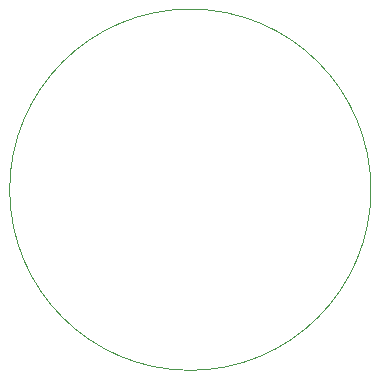
<source format=gm1>
%TF.GenerationSoftware,KiCad,Pcbnew,6.0.7*%
%TF.CreationDate,2022-09-06T10:13:29+02:00*%
%TF.ProjectId,gluhwurmchen,676c7568-7775-4726-9d63-68656e2e6b69,rev?*%
%TF.SameCoordinates,Original*%
%TF.FileFunction,Profile,NP*%
%FSLAX46Y46*%
G04 Gerber Fmt 4.6, Leading zero omitted, Abs format (unit mm)*
G04 Created by KiCad (PCBNEW 6.0.7) date 2022-09-06 10:13:29*
%MOMM*%
%LPD*%
G01*
G04 APERTURE LIST*
%TA.AperFunction,Profile*%
%ADD10C,0.100000*%
%TD*%
G04 APERTURE END LIST*
D10*
X97842825Y-88900000D02*
G75*
G03*
X97842825Y-88900000I-15292825J0D01*
G01*
M02*

</source>
